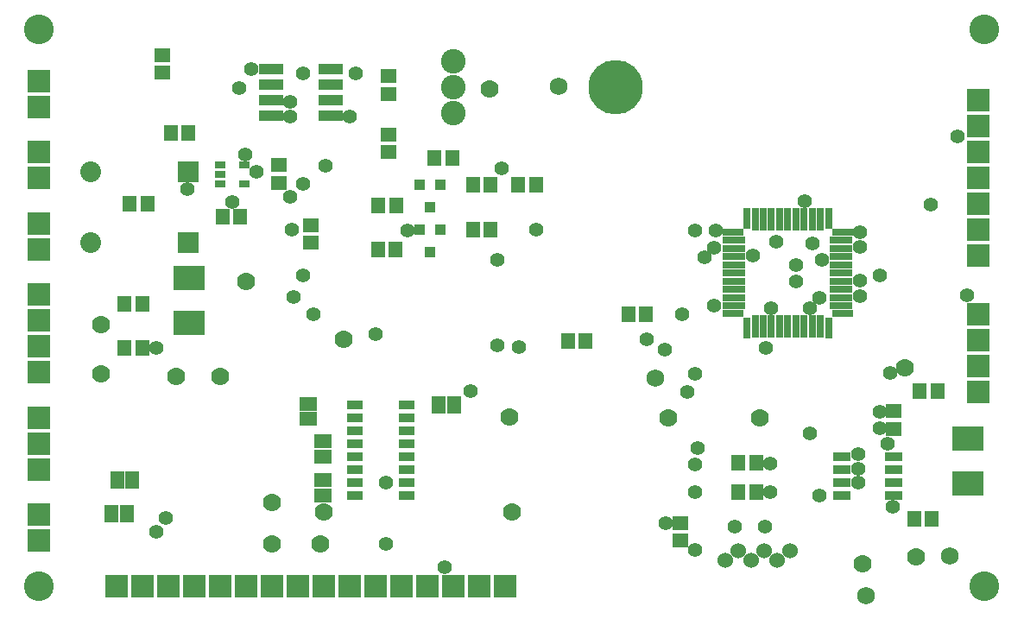
<source format=gbr>
G04 DipTrace 1.50*
%INTop Mask.gbr*%
%MOIN*%
%ADD10C,0.01*%
%ADD11C,0.005*%
%ADD12C,0.003*%
%ADD13C,0.008*%
%ADD14C,0.016*%
%ADD15C,0.039*%
%ADD16C,0.02*%
%ADD17C,0.032*%
%ADD18C,0.0098*%
%ADD19C,0.05*%
%ADD20C,0.06*%
%ADD21C,0.025*%
%ADD22C,0.015*%
%ADD23R,0.045X0.05*%
%ADD24R,0.05X0.045*%
%ADD25R,0.045X0.06*%
%ADD26R,0.06X0.045*%
%ADD27C,0.07*%
%ADD28R,0.07X0.07*%
%ADD29R,0.08X0.08*%
%ADD30C,0.0591*%
%ADD31R,0.032X0.032*%
%ADD32C,0.085*%
%ADD33C,0.2*%
%ADD34R,0.0335X0.0197*%
%ADD35R,0.11X0.085*%
%ADD36R,0.05X0.025*%
%ADD37R,0.06X0.025*%
%ADD38R,0.084X0.03*%
%ADD39R,0.0689X0.0197*%
%ADD40R,0.0787X0.0197*%
%ADD41R,0.0197X0.0689*%
%ADD42R,0.0197X0.0787*%
%ADD43C,0.045*%
%ADD44C,0.115*%
%ADD45C,0.035*%
%ADD46C,0.0354*%
%ADD47C,0.055*%
%ADD48R,0.0297X0.0887*%
%ADD49R,0.0097X0.0687*%
%ADD50R,0.0297X0.0789*%
%ADD51R,0.0097X0.0589*%
%ADD52R,0.0887X0.0297*%
%ADD53R,0.0687X0.0097*%
%ADD54R,0.0789X0.0297*%
%ADD55R,0.0589X0.0097*%
%ADD56R,0.094X0.04*%
%ADD57R,0.074X0.02*%
%ADD58R,0.07X0.035*%
%ADD59R,0.05X0.015*%
%ADD60R,0.06X0.035*%
%ADD61R,0.04X0.015*%
%ADD62R,0.12X0.095*%
%ADD63R,0.1X0.075*%
%ADD64R,0.0435X0.0297*%
%ADD65R,0.0235X0.0097*%
%ADD66C,0.21*%
%ADD67C,0.19*%
%ADD68C,0.095*%
%ADD69C,0.075*%
%ADD70R,0.042X0.042*%
%ADD71R,0.022X0.022*%
%ADD72C,0.07*%
%ADD73C,0.0691*%
%ADD74C,0.0491*%
%ADD75C,0.04*%
%ADD76R,0.09X0.09*%
%ADD77R,0.06X0.06*%
%ADD78C,0.08*%
%ADD79C,0.06*%
%ADD80R,0.07X0.055*%
%ADD81R,0.05X0.035*%
%ADD82R,0.055X0.07*%
%ADD83R,0.035X0.05*%
%ADD84R,0.06X0.055*%
%ADD85R,0.04X0.035*%
%ADD86R,0.055X0.06*%
%ADD87R,0.035X0.04*%
%ADD88C,0.0087*%
%FSLAX44Y44*%
%SFA1B1*%
%OFA0B0*%
G04*
G70*
G90*
G75*
G01*
%LNTopMask*%
%LPD*%
D47*
X22680Y14280D3*
Y17580D3*
X37941Y8060D3*
X30321Y9680D3*
X18400Y6640D3*
Y8980D3*
X12460Y19820D3*
X29181Y7440D3*
X15180Y20540D3*
X19220Y18740D3*
X37441Y16980D3*
Y11740D3*
X31061Y18060D3*
X31121Y18720D3*
X31861Y7280D3*
X33001D3*
X30321Y18720D3*
Y13200D3*
X29801Y15480D3*
X33261Y15720D3*
X24200Y18760D3*
X36681Y18080D3*
X17220Y24801D3*
X15200D3*
X22861Y21120D3*
X14680Y23141D3*
Y20020D3*
X23501Y14240D3*
X13200Y24961D3*
X15580Y15500D3*
X14680Y23681D3*
X12720Y24241D3*
X36621Y10080D3*
X36681Y18660D3*
X21640Y12540D3*
X30001Y12480D3*
X14820Y16160D3*
X32541Y17760D3*
X34741Y10900D3*
Y15720D3*
X12940Y21660D3*
X36681Y16800D3*
X34221Y16760D3*
X37841Y13240D3*
X30321Y8620D3*
X14760Y18760D3*
X15180Y17000D3*
X37761Y10500D3*
X30321Y6380D3*
X34221Y17400D3*
X37441Y11080D3*
X10720Y20340D3*
X16980Y23141D3*
X13400Y21000D3*
X16040Y21240D3*
X36621Y9540D3*
X35221Y17600D3*
X30420Y10320D3*
X30681Y17680D3*
X33221Y9740D3*
Y8640D3*
X9520Y7080D3*
Y14200D3*
X34541Y19860D3*
X40461Y22361D3*
X34861Y18220D3*
X40821Y16220D3*
X33441Y18300D3*
X39401Y19740D3*
X35121Y8500D3*
Y16140D3*
X18000Y14740D3*
X28440Y14540D3*
X29140Y14120D3*
X33040Y14180D3*
X36621Y9000D3*
X36681Y16180D3*
X31041Y15820D3*
X20640Y5720D3*
X9880Y7620D3*
D86*
X39680Y12520D3*
X39000D3*
D84*
X9750Y25500D3*
Y24820D3*
D86*
X10750Y22500D3*
X10070D3*
D82*
X7800Y7800D3*
X8382D3*
D80*
X15400Y11450D3*
Y12032D3*
X15950Y10000D3*
Y10582D3*
D82*
X20430Y12000D3*
X21012D3*
D84*
X15500Y18250D3*
Y18930D3*
D86*
X32000Y9750D3*
X32680D3*
D80*
X15950Y8500D3*
Y9082D3*
D86*
X12750Y19250D3*
X12070D3*
D84*
X29750Y6750D3*
Y7430D3*
D78*
X7000Y21000D3*
D29*
X10752D3*
D78*
X7000Y18250D3*
D29*
X10752D3*
D44*
X5000Y5000D3*
Y26500D3*
X41500D3*
Y5000D3*
D76*
X5000Y21750D3*
Y20750D3*
X8000Y5000D3*
X9000D3*
X10000D3*
X11000D3*
X12000D3*
X13000D3*
X14000D3*
X15000D3*
X16000D3*
X17000D3*
X18000D3*
X19000D3*
X20000D3*
X21000D3*
X22000D3*
X23000D3*
X5000Y19000D3*
Y18000D3*
D20*
X31500Y6000D3*
X32000Y6350D3*
X32500Y6000D3*
X33000Y6350D3*
X33500Y6000D3*
X34000Y6350D3*
D76*
X41250Y15500D3*
Y14500D3*
Y13500D3*
Y12500D3*
Y23750D3*
Y22750D3*
Y21750D3*
Y20750D3*
Y19750D3*
Y18750D3*
Y17750D3*
X5000Y11500D3*
Y10500D3*
Y9500D3*
Y23500D3*
Y24500D3*
Y7750D3*
Y6750D3*
Y16250D3*
Y15250D3*
Y14250D3*
Y13250D3*
D73*
X25040Y24280D3*
D72*
X15850Y6640D3*
X15970Y7860D3*
X13990Y8240D3*
X29300Y11500D3*
X23140Y11520D3*
X16740Y14520D3*
X12000Y13100D3*
X23240Y7860D3*
X38840Y6120D3*
X36780Y5860D3*
X10300Y13100D3*
D73*
X40160Y6160D3*
X36920Y4640D3*
X28800Y13040D3*
D72*
X7400Y13200D3*
Y15100D3*
X22400Y24200D3*
X38420Y13420D3*
X32820Y11500D3*
X13000Y16750D3*
X13990Y6640D3*
D70*
X20500Y20500D3*
X19700D3*
X20100Y19630D3*
X20500Y18750D3*
X19700D3*
X20100Y17880D3*
D68*
X21000Y24250D3*
Y25250D3*
Y23250D3*
D66*
X27260Y24250D3*
D86*
X32680Y8640D3*
X32000D3*
D84*
X14250Y21250D3*
Y20570D3*
D86*
X18100Y19700D3*
X18780D3*
X18750Y18000D3*
X18070D3*
X21750Y18750D3*
X22430D3*
X21750Y20500D3*
X22430D3*
D82*
X8600Y9100D3*
X8018D3*
D86*
X8500Y19750D3*
X9180D3*
X20940Y21520D3*
X20260D3*
D84*
X38000Y11750D3*
Y11070D3*
D86*
X8300Y15900D3*
X8980D3*
X8300Y14200D3*
X8980D3*
X23500Y20500D3*
X24180D3*
X39450Y7600D3*
X38770D3*
X25420Y14460D3*
X26100D3*
X27750Y15500D3*
X28430D3*
D84*
X18500Y21750D3*
Y22430D3*
D64*
X12000Y21250D3*
Y20876D3*
Y20541D3*
X12925D3*
Y21250D3*
D62*
X10800Y16900D3*
Y15150D3*
D84*
X18500Y24000D3*
Y24680D3*
D62*
X40850Y10700D3*
Y8950D3*
D60*
X17200Y12000D3*
Y11500D3*
Y11000D3*
Y10500D3*
Y10000D3*
Y9500D3*
Y9000D3*
Y8500D3*
X19200D3*
Y9000D3*
Y9500D3*
Y10000D3*
Y10500D3*
Y11000D3*
Y11500D3*
Y12000D3*
D58*
X36000Y10000D3*
Y9500D3*
Y9000D3*
Y8500D3*
X38000Y10000D3*
Y9500D3*
Y9000D3*
Y8500D3*
D56*
X13940Y24960D3*
Y24360D3*
Y23760D3*
Y23160D3*
X16240D3*
Y23760D3*
Y24360D3*
Y24960D3*
D54*
X31780Y18660D3*
D52*
X31829Y18345D3*
Y18030D3*
Y17715D3*
Y17400D3*
Y17085D3*
Y16770D3*
Y16455D3*
Y16140D3*
Y15825D3*
D54*
X31780Y15510D3*
D50*
X32321Y14969D3*
D48*
X32636Y15018D3*
X32951D3*
X33266D3*
X33581D3*
X33896D3*
X34211D3*
X34526D3*
X34841D3*
X35156D3*
D50*
X35471Y14969D3*
D54*
X36012Y15510D3*
D52*
X35963Y15825D3*
Y16140D3*
Y16455D3*
Y16770D3*
Y17085D3*
Y17400D3*
Y17715D3*
Y18030D3*
Y18345D3*
D54*
X36012Y18660D3*
D50*
X35471Y19201D3*
D48*
X35156Y19152D3*
X34841D3*
X34526D3*
X34211D3*
X33896D3*
X33581D3*
X33266D3*
X32951D3*
X32636D3*
D50*
X32321Y19201D3*
M02*

</source>
